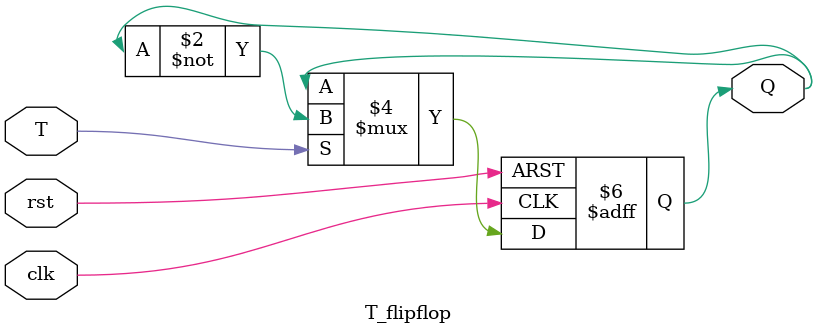
<source format=v>
module T_flipflop (
    input  wire clk, rst, T,
    output reg  Q
);

    always @(posedge clk or posedge rst) begin
        if (rst)
            Q <= 1'b0;       // Asynchronous reset
        else if (T)
            Q <= ~Q;         // Toggle when T = 1
        else
            Q <= Q;          // Hold when T = 0
    end

endmodule
</source>
